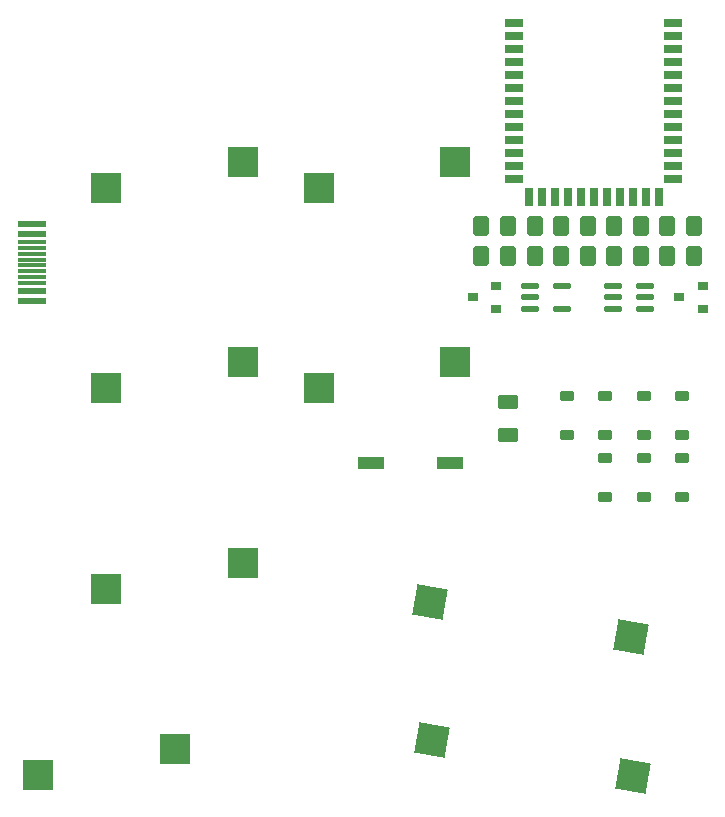
<source format=gbr>
%TF.GenerationSoftware,KiCad,Pcbnew,(5.99.0-11706-g59ad333650)*%
%TF.CreationDate,2021-08-22T22:29:06-05:00*%
%TF.ProjectId,lightwing_prototype,6c696768-7477-4696-9e67-5f70726f746f,rev?*%
%TF.SameCoordinates,Original*%
%TF.FileFunction,Paste,Top*%
%TF.FilePolarity,Positive*%
%FSLAX46Y46*%
G04 Gerber Fmt 4.6, Leading zero omitted, Abs format (unit mm)*
G04 Created by KiCad (PCBNEW (5.99.0-11706-g59ad333650)) date 2021-08-22 22:29:06*
%MOMM*%
%LPD*%
G01*
G04 APERTURE LIST*
G04 Aperture macros list*
%AMRoundRect*
0 Rectangle with rounded corners*
0 $1 Rounding radius*
0 $2 $3 $4 $5 $6 $7 $8 $9 X,Y pos of 4 corners*
0 Add a 4 corners polygon primitive as box body*
4,1,4,$2,$3,$4,$5,$6,$7,$8,$9,$2,$3,0*
0 Add four circle primitives for the rounded corners*
1,1,$1+$1,$2,$3*
1,1,$1+$1,$4,$5*
1,1,$1+$1,$6,$7*
1,1,$1+$1,$8,$9*
0 Add four rect primitives between the rounded corners*
20,1,$1+$1,$2,$3,$4,$5,0*
20,1,$1+$1,$4,$5,$6,$7,0*
20,1,$1+$1,$6,$7,$8,$9,0*
20,1,$1+$1,$8,$9,$2,$3,0*%
%AMRotRect*
0 Rectangle, with rotation*
0 The origin of the aperture is its center*
0 $1 length*
0 $2 width*
0 $3 Rotation angle, in degrees counterclockwise*
0 Add horizontal line*
21,1,$1,$2,0,0,$3*%
G04 Aperture macros list end*
%ADD10R,0.900000X0.800000*%
%ADD11R,2.160000X1.120000*%
%ADD12RoundRect,0.123750X-0.656250X-0.123750X0.656250X-0.123750X0.656250X0.123750X-0.656250X0.123750X0*%
%ADD13RoundRect,0.225000X-0.375000X0.225000X-0.375000X-0.225000X0.375000X-0.225000X0.375000X0.225000X0*%
%ADD14R,1.524000X0.700000*%
%ADD15R,0.700000X1.524000*%
%ADD16RotRect,2.600000X2.600000X80.000000*%
%ADD17RoundRect,0.350000X-0.350000X0.500500X-0.350000X-0.500500X0.350000X-0.500500X0.350000X0.500500X0*%
%ADD18R,2.600000X2.600000*%
%ADD19RoundRect,0.350000X0.350000X-0.500500X0.350000X0.500500X-0.350000X0.500500X-0.350000X-0.500500X0*%
%ADD20R,2.450000X0.570000*%
%ADD21R,2.450000X0.300000*%
%ADD22RoundRect,0.250000X0.625000X-0.375000X0.625000X0.375000X-0.625000X0.375000X-0.625000X-0.375000X0*%
G04 APERTURE END LIST*
D10*
%TO.C,Q1*%
X119250000Y-58700000D03*
X119250000Y-56800000D03*
X117250000Y-57750000D03*
%TD*%
D11*
%TO.C,SW19*%
X108635000Y-71750000D03*
X115365000Y-71750000D03*
%TD*%
D12*
%TO.C,U4*%
X129150000Y-56800000D03*
X129150000Y-57750000D03*
X129150000Y-58700000D03*
X131850000Y-58700000D03*
X131850000Y-57750000D03*
X131850000Y-56800000D03*
%TD*%
D13*
%TO.C,D15*%
X131750000Y-69400000D03*
X131750000Y-66100000D03*
%TD*%
D14*
%TO.C,U3*%
X120750000Y-34549000D03*
X120750000Y-35649000D03*
X120750000Y-36749000D03*
X120750000Y-37849000D03*
X120750000Y-38949000D03*
X120750000Y-40049000D03*
X120750000Y-41149000D03*
X120750000Y-42249000D03*
X120750000Y-43349000D03*
X120750000Y-44449000D03*
X120750000Y-45549000D03*
X120750000Y-46649000D03*
X120750000Y-47749000D03*
D15*
X122000000Y-49249000D03*
X123100000Y-49249000D03*
X124200000Y-49249000D03*
X125300000Y-49249000D03*
X126400000Y-49249000D03*
X127500000Y-49249000D03*
X128600000Y-49249000D03*
X129700000Y-49249000D03*
X130800000Y-49249000D03*
X131900000Y-49249000D03*
X133000000Y-49249000D03*
D14*
X134250000Y-47749000D03*
X134250000Y-46649000D03*
X134250000Y-45549000D03*
X134250000Y-44449000D03*
X134250000Y-43349000D03*
X134250000Y-42249000D03*
X134250000Y-41149000D03*
X134250000Y-40049000D03*
X134250000Y-38949000D03*
X134250000Y-37849000D03*
X134250000Y-36749000D03*
X134250000Y-35649000D03*
X134250000Y-34549000D03*
%TD*%
D16*
%TO.C,SW14*%
X113790908Y-95258452D03*
X113629968Y-83501897D03*
%TD*%
D13*
%TO.C,D17*%
X135000000Y-74650000D03*
X135000000Y-71350000D03*
%TD*%
D16*
%TO.C,SW17*%
X130790908Y-98258452D03*
X130629968Y-86501897D03*
%TD*%
D17*
%TO.C,C1*%
X127000000Y-51748000D03*
X127000000Y-54250000D03*
%TD*%
D13*
%TO.C,D13*%
X135000000Y-66100000D03*
X135000000Y-69400000D03*
%TD*%
D18*
%TO.C,SW12*%
X86225000Y-65450000D03*
X97775000Y-63250000D03*
%TD*%
D13*
%TO.C,D11*%
X128500000Y-69400000D03*
X128500000Y-66100000D03*
%TD*%
D19*
%TO.C,R3*%
X124750000Y-54250000D03*
X124750000Y-51748000D03*
%TD*%
D18*
%TO.C,SW13*%
X86225000Y-82450000D03*
X97775000Y-80250000D03*
%TD*%
D17*
%TO.C,R7*%
X122500000Y-51748000D03*
X122500000Y-54250000D03*
%TD*%
D18*
%TO.C,SW10*%
X80475000Y-98200000D03*
X92025000Y-96000000D03*
%TD*%
%TO.C,SW11*%
X86225000Y-48450000D03*
X97775000Y-46250000D03*
%TD*%
%TO.C,SW16*%
X104225000Y-65450000D03*
X115775000Y-63250000D03*
%TD*%
D17*
%TO.C,C5*%
X131500000Y-51749000D03*
X131500000Y-54251000D03*
%TD*%
D13*
%TO.C,D12*%
X125250000Y-66100000D03*
X125250000Y-69400000D03*
%TD*%
D17*
%TO.C,R5*%
X129250000Y-51749000D03*
X129250000Y-54251000D03*
%TD*%
D13*
%TO.C,D14*%
X131750000Y-74650000D03*
X131750000Y-71350000D03*
%TD*%
D19*
%TO.C,C3*%
X133750000Y-54250000D03*
X133750000Y-51748000D03*
%TD*%
D18*
%TO.C,SW15*%
X104225000Y-48450000D03*
X115775000Y-46250000D03*
%TD*%
D12*
%TO.C,U1*%
X122150000Y-56800000D03*
X122150000Y-57750000D03*
X122150000Y-58700000D03*
X124850000Y-58700000D03*
X124850000Y-56800000D03*
%TD*%
D10*
%TO.C,U2*%
X136750000Y-58700000D03*
X136750000Y-56800000D03*
X134750000Y-57750000D03*
%TD*%
D20*
%TO.C,J1*%
X79925000Y-51575000D03*
X79925000Y-52350000D03*
D21*
X79925000Y-53550000D03*
X79925000Y-54550000D03*
X79925000Y-55050000D03*
D20*
X79925000Y-58025000D03*
X79925000Y-57250000D03*
D21*
X79925000Y-56550000D03*
X79925000Y-55550000D03*
X79925000Y-54050000D03*
X79925000Y-53050000D03*
X79925000Y-56050000D03*
%TD*%
D22*
%TO.C,D29*%
X120250000Y-69400000D03*
X120250000Y-66600000D03*
%TD*%
D17*
%TO.C,C4*%
X136000000Y-51748000D03*
X136000000Y-54250000D03*
%TD*%
D13*
%TO.C,D10*%
X128500000Y-74650000D03*
X128500000Y-71350000D03*
%TD*%
D19*
%TO.C,R6*%
X120250000Y-54250000D03*
X120250000Y-51748000D03*
%TD*%
%TO.C,C2*%
X118000000Y-54250000D03*
X118000000Y-51748000D03*
%TD*%
M02*

</source>
